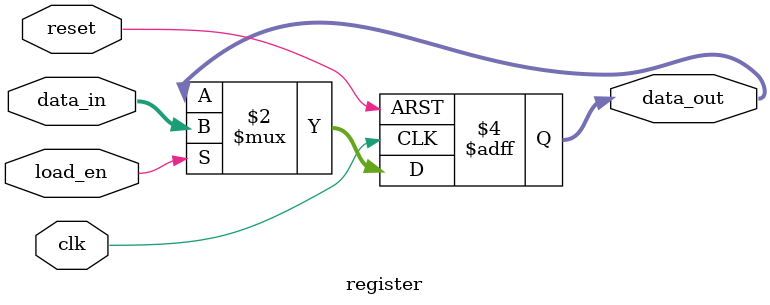
<source format=v>

module register #(
    parameter WIDTH = 8 // Ancho del registro
) (
    // CTRL: Reloj, Reset, Habilitacion de Carga
    input wire clk,
    input wire reset, 
    input wire load_en,
    // Datos
    input wire [WIDTH-1:0] data_in, 
    output reg [WIDTH-1:0] data_out 
);

always @(posedge clk or posedge reset) begin
    if (reset) data_out <= {WIDTH{1'b0}};      // Reset a cero
    else if (load_en)  data_out <= data_in;    // Cargar el dato de los switches
  
    // Si no hay reset ni carga, el valor se mantiene
end

endmodule

</source>
